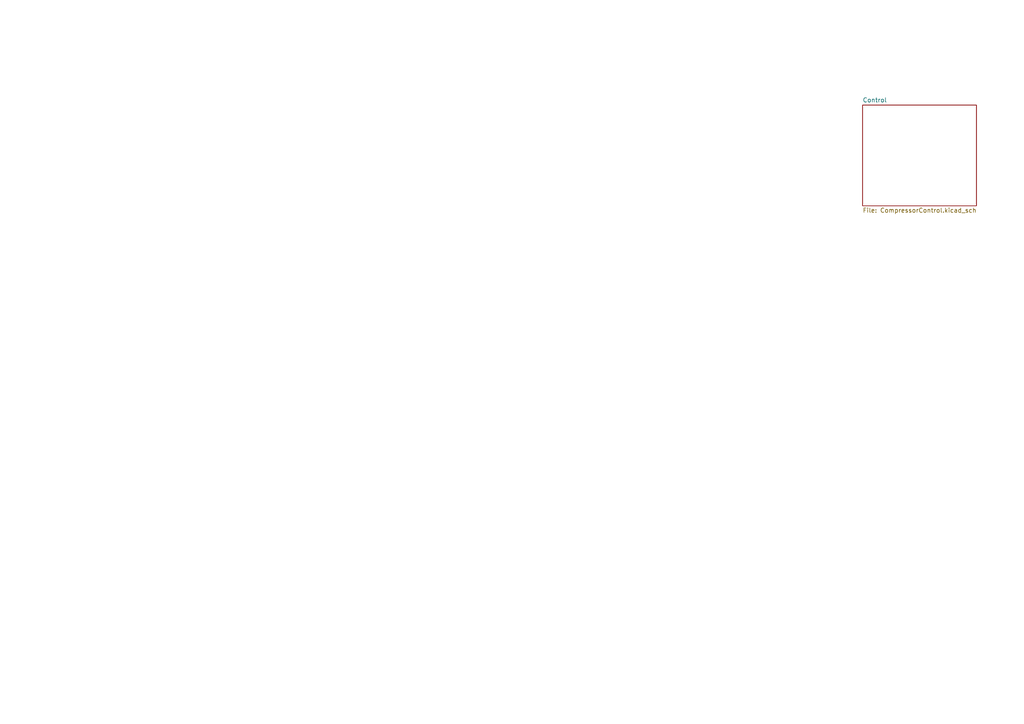
<source format=kicad_sch>
(kicad_sch (version 20230121) (generator eeschema)
  (paper "A4")
  (lib_symbols)
  (sheet (at 250.19 30.48) (size 33.02 29.21) (stroke (width 0.1524))
    (property "Sheetname" "Control" (at 250.19 29.7684 0) (effects (justify left bottom)))
    (property "Sheetfile" "CompressorControl.kicad_sch" (at 250.19 60.2746 0) (effects (justify left top)))
  )
)
</source>
